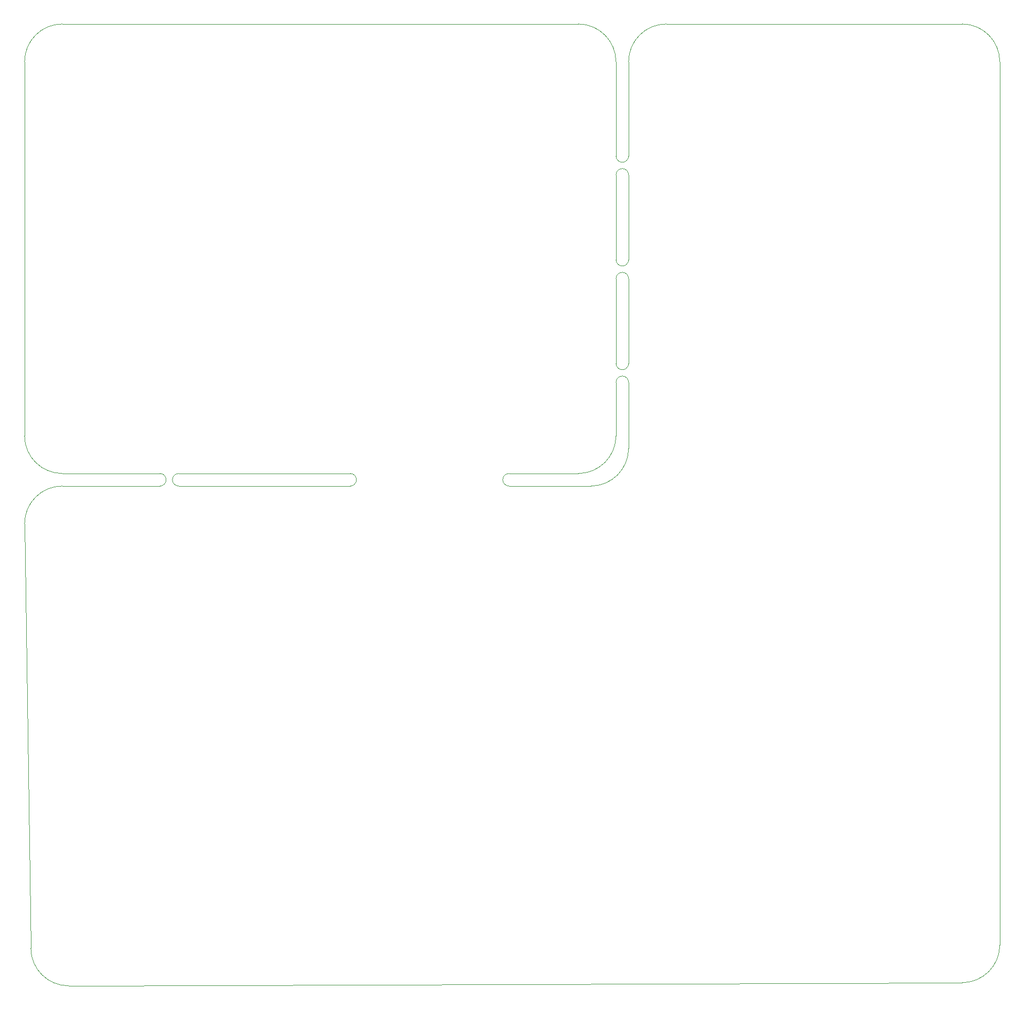
<source format=gbr>
%TF.GenerationSoftware,KiCad,Pcbnew,(5.1.6)-1*%
%TF.CreationDate,2020-09-27T15:43:18-07:00*%
%TF.ProjectId,ReflowOven,5265666c-6f77-44f7-9665-6e2e6b696361,rev?*%
%TF.SameCoordinates,Original*%
%TF.FileFunction,Profile,NP*%
%FSLAX46Y46*%
G04 Gerber Fmt 4.6, Leading zero omitted, Abs format (unit mm)*
G04 Created by KiCad (PCBNEW (5.1.6)-1) date 2020-09-27 15:43:18*
%MOMM*%
%LPD*%
G01*
G04 APERTURE LIST*
%TA.AperFunction,Profile*%
%ADD10C,0.050000*%
%TD*%
G04 APERTURE END LIST*
D10*
X114808000Y-66802000D02*
X114808000Y-67310000D01*
X114808000Y-83566000D02*
X114808000Y-84074000D01*
X114808000Y-94234000D02*
X114808000Y-84074000D01*
X98552000Y-100330000D02*
X108712000Y-100330000D01*
X98552000Y-100330000D02*
X95504000Y-100330000D01*
X114808000Y-94234000D02*
G75*
G02*
X108712000Y-100330000I-6096000J0D01*
G01*
X18288000Y-175006000D02*
X17272000Y-106426000D01*
X168656000Y-180594000D02*
X24384000Y-181102000D01*
X174752000Y-31750000D02*
X174752000Y-174498000D01*
X120904000Y-25654000D02*
X168656000Y-25654000D01*
X168656000Y-25654000D02*
G75*
G02*
X174752000Y-31750000I0J-6096000D01*
G01*
X114808000Y-46990000D02*
X114808000Y-31750000D01*
X114808000Y-31750000D02*
G75*
G02*
X120904000Y-25654000I6096000J0D01*
G01*
X174752000Y-174498000D02*
G75*
G02*
X168656000Y-180594000I-6096000J0D01*
G01*
X24384000Y-181102000D02*
G75*
G02*
X18288000Y-175006000I0J6096000D01*
G01*
X114808000Y-67310000D02*
X114808000Y-80518000D01*
X114808000Y-50038000D02*
X114808000Y-63754000D01*
X42164000Y-100330000D02*
X69850000Y-100330000D01*
X23368000Y-100330000D02*
X39116000Y-100330000D01*
X17272000Y-106426000D02*
G75*
G02*
X23368000Y-100330000I6096000J0D01*
G01*
X42164000Y-98298000D02*
X69850000Y-98298000D01*
X42164000Y-100330000D02*
G75*
G02*
X41148000Y-99314000I0J1016000D01*
G01*
X40132000Y-99314000D02*
G75*
G02*
X39116000Y-100330000I-1016000J0D01*
G01*
X41148000Y-99314000D02*
G75*
G02*
X42164000Y-98298000I1016000J0D01*
G01*
X39116000Y-98298000D02*
G75*
G02*
X40132000Y-99314000I0J-1016000D01*
G01*
X112776000Y-63754000D02*
X112776000Y-50038000D01*
X112776000Y-66802000D02*
G75*
G02*
X113792000Y-65786000I1016000J0D01*
G01*
X113792000Y-64770000D02*
G75*
G02*
X112776000Y-63754000I0J1016000D01*
G01*
X113792000Y-65786000D02*
G75*
G02*
X114808000Y-66802000I0J-1016000D01*
G01*
X114808000Y-63754000D02*
G75*
G02*
X113792000Y-64770000I-1016000J0D01*
G01*
X39116000Y-98298000D02*
X23368000Y-98298000D01*
X95504000Y-100330000D02*
G75*
G02*
X94488000Y-99314000I0J1016000D01*
G01*
X70866000Y-99314000D02*
G75*
G02*
X69850000Y-100330000I-1016000J0D01*
G01*
X69850000Y-98298000D02*
G75*
G02*
X70866000Y-99314000I0J-1016000D01*
G01*
X94488000Y-99314000D02*
G75*
G02*
X95504000Y-98298000I1016000J0D01*
G01*
X112776000Y-50038000D02*
G75*
G02*
X113792000Y-49022000I1016000J0D01*
G01*
X113792000Y-48006000D02*
G75*
G02*
X112776000Y-46990000I0J1016000D01*
G01*
X114808000Y-46990000D02*
G75*
G02*
X113792000Y-48006000I-1016000J0D01*
G01*
X113792000Y-49022000D02*
G75*
G02*
X114808000Y-50038000I0J-1016000D01*
G01*
X114808000Y-80518000D02*
G75*
G02*
X113792000Y-81534000I-1016000J0D01*
G01*
X113792000Y-82550000D02*
G75*
G02*
X114808000Y-83566000I0J-1016000D01*
G01*
X112776000Y-83566000D02*
G75*
G02*
X113792000Y-82550000I1016000J0D01*
G01*
X113792000Y-81534000D02*
G75*
G02*
X112776000Y-80518000I0J1016000D01*
G01*
X106680000Y-98298000D02*
X95504000Y-98298000D01*
X112776000Y-83566000D02*
X112776000Y-92202000D01*
X112776000Y-66802000D02*
X112776000Y-80518000D01*
X112776000Y-31750000D02*
X112776000Y-46990000D01*
X23368000Y-25654000D02*
X106680000Y-25654000D01*
X23368000Y-98298000D02*
G75*
G02*
X17272000Y-92202000I0J6096000D01*
G01*
X112776000Y-92202000D02*
G75*
G02*
X106680000Y-98298000I-6096000J0D01*
G01*
X106680000Y-25654000D02*
G75*
G02*
X112776000Y-31750000I0J-6096000D01*
G01*
X17272000Y-31750000D02*
G75*
G02*
X23368000Y-25654000I6096000J0D01*
G01*
X17272000Y-92202000D02*
X17272000Y-31750000D01*
M02*

</source>
